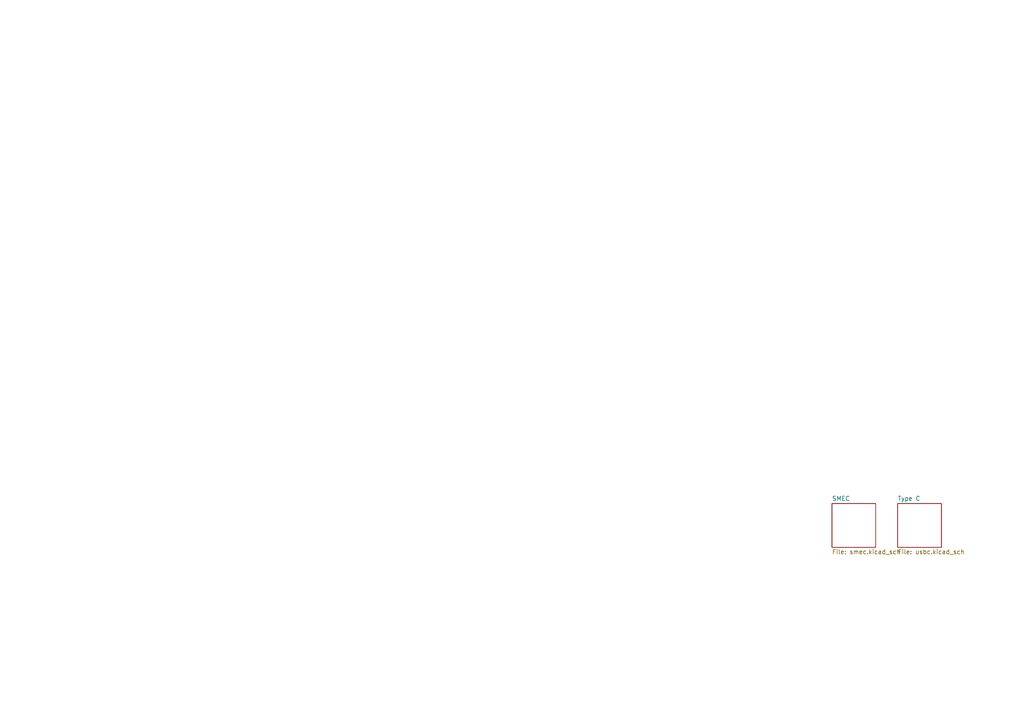
<source format=kicad_sch>
(kicad_sch
	(version 20231120)
	(generator "eeschema")
	(generator_version "8.0")
	(uuid "bdb6a7b8-9531-41d5-93e0-540e108aab1d")
	(paper "A4")
	(lib_symbols)
	(sheet
		(at 260.35 146.05)
		(size 12.7 12.7)
		(fields_autoplaced yes)
		(stroke
			(width 0.1524)
			(type solid)
		)
		(fill
			(color 0 0 0 0.0000)
		)
		(uuid "99d60d4c-b127-4a21-ac5c-8a2b816b61bb")
		(property "Sheetname" "Type C"
			(at 260.35 145.3384 0)
			(effects
				(font
					(size 1.27 1.27)
				)
				(justify left bottom)
			)
		)
		(property "Sheetfile" "usbc.kicad_sch"
			(at 260.35 159.3346 0)
			(effects
				(font
					(size 1.27 1.27)
				)
				(justify left top)
			)
		)
		(instances
			(project "mct2"
				(path "/bdb6a7b8-9531-41d5-93e0-540e108aab1d"
					(page "2")
				)
			)
		)
	)
	(sheet
		(at 241.3 146.05)
		(size 12.7 12.7)
		(fields_autoplaced yes)
		(stroke
			(width 0.1524)
			(type solid)
		)
		(fill
			(color 0 0 0 0.0000)
		)
		(uuid "b99a3c44-5aa1-43c8-ae22-cd93b920b2e6")
		(property "Sheetname" "SMEC"
			(at 241.3 145.3384 0)
			(effects
				(font
					(size 1.27 1.27)
				)
				(justify left bottom)
			)
		)
		(property "Sheetfile" "smec.kicad_sch"
			(at 241.3 159.3346 0)
			(effects
				(font
					(size 1.27 1.27)
				)
				(justify left top)
			)
		)
		(instances
			(project "mct2"
				(path "/bdb6a7b8-9531-41d5-93e0-540e108aab1d"
					(page "3")
				)
			)
		)
	)
	(sheet_instances
		(path "/"
			(page "1")
		)
	)
)

</source>
